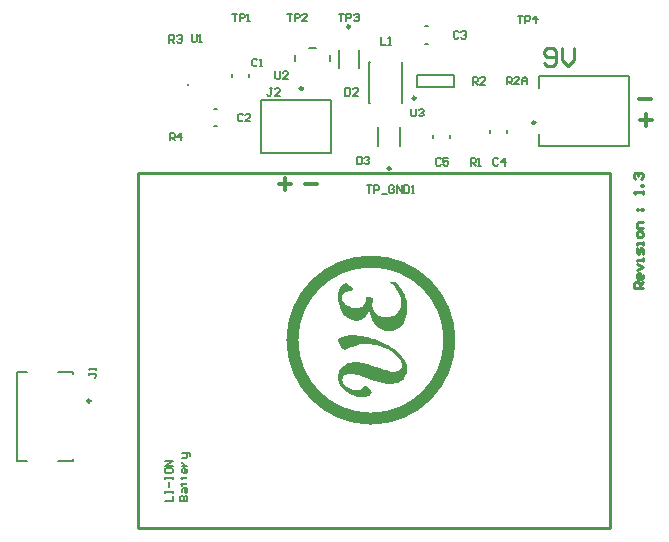
<source format=gto>
G04*
G04 #@! TF.GenerationSoftware,Altium Limited,Altium Designer,24.0.1 (36)*
G04*
G04 Layer_Color=65535*
%FSLAX44Y44*%
%MOMM*%
G71*
G04*
G04 #@! TF.SameCoordinates,40904156-3D38-421D-9BDF-46F29154AA19*
G04*
G04*
G04 #@! TF.FilePolarity,Positive*
G04*
G01*
G75*
%ADD10C,1.0000*%
%ADD11C,0.2500*%
%ADD12C,0.2000*%
%ADD13C,0.2540*%
%ADD14C,0.2000*%
%ADD15C,0.2032*%
%ADD16C,0.3000*%
%ADD17C,0.1350*%
%ADD18C,0.1524*%
G36*
X327916Y207311D02*
X328009Y207125D01*
X328286Y206848D01*
X328657Y206477D01*
X329120Y206014D01*
X329582Y205459D01*
X330694Y204070D01*
X331990Y202496D01*
X333193Y200737D01*
X334397Y198793D01*
X335415Y196849D01*
Y196756D01*
X335508Y196571D01*
X335600Y196293D01*
X335786Y195923D01*
X335971Y195460D01*
X336156Y194812D01*
X336619Y193423D01*
X337082Y191664D01*
X337452Y189627D01*
X337730Y187405D01*
X337822Y184998D01*
Y184165D01*
X337730Y183517D01*
Y182776D01*
X337637Y181943D01*
X337452Y181017D01*
X337267Y179906D01*
X336804Y177684D01*
X336063Y175369D01*
X334952Y173055D01*
X334304Y171944D01*
X333564Y170925D01*
X333471Y170833D01*
X333378Y170740D01*
X333101Y170462D01*
X332823Y170092D01*
X331805Y169259D01*
X330601Y168333D01*
X328934Y167315D01*
X327083Y166481D01*
X325972Y166111D01*
X324861Y165833D01*
X323657Y165741D01*
X322361Y165648D01*
X322268D01*
X322083D01*
X321806D01*
X321343Y165741D01*
X320787D01*
X320232Y165833D01*
X318750Y166204D01*
X317176Y166667D01*
X315325Y167407D01*
X313566Y168518D01*
X312640Y169166D01*
X311807Y169907D01*
X311714Y170000D01*
X311621Y170092D01*
X311344Y170370D01*
X311066Y170740D01*
X310696Y171203D01*
X310233Y171759D01*
X309770Y172407D01*
X309307Y173240D01*
X308751Y174073D01*
X308196Y175092D01*
X307640Y176203D01*
X307177Y177406D01*
X306622Y178702D01*
X306159Y180091D01*
X305789Y181572D01*
X305418Y183239D01*
Y183146D01*
X305233Y182869D01*
X305048Y182406D01*
X304770Y181943D01*
X304400Y181202D01*
X303937Y180554D01*
X302826Y178980D01*
X302085Y178147D01*
X301252Y177314D01*
X300326Y176665D01*
X299401Y176017D01*
X298290Y175462D01*
X297086Y174999D01*
X295697Y174721D01*
X294308Y174629D01*
X294216D01*
X294031D01*
X293660D01*
X293290Y174721D01*
X292735Y174814D01*
X292086Y174906D01*
X290605Y175369D01*
X288939Y176110D01*
X288105Y176573D01*
X287180Y177128D01*
X286254Y177777D01*
X285328Y178610D01*
X284402Y179536D01*
X283569Y180554D01*
X283476Y180647D01*
X283384Y180832D01*
X283106Y181202D01*
X282828Y181572D01*
X282550Y182220D01*
X282087Y182869D01*
X281717Y183702D01*
X281254Y184535D01*
X280884Y185553D01*
X280421Y186665D01*
X279773Y189072D01*
X279217Y191849D01*
X279125Y193330D01*
X279032Y194904D01*
Y195923D01*
X279125Y196941D01*
X279310Y198237D01*
X279588Y199719D01*
X280051Y201107D01*
X280606Y202496D01*
X281439Y203607D01*
X281532Y203700D01*
X281810Y204070D01*
X282273Y204533D01*
X282921Y204996D01*
X283569Y205551D01*
X284309Y205922D01*
X285050Y206292D01*
X285791Y206385D01*
X285883D01*
X285976D01*
X286346Y206292D01*
X286717Y206107D01*
X287272Y205922D01*
X287920Y205551D01*
X288661Y204996D01*
X289587Y204348D01*
X289679Y204255D01*
X289957Y203978D01*
X290420Y203700D01*
X290790Y203237D01*
X291253Y202774D01*
X291716Y202218D01*
X291994Y201756D01*
X292086Y201385D01*
X291994Y201200D01*
X291901Y201015D01*
X291716Y200737D01*
X291346Y200552D01*
X290790Y200274D01*
X290050Y199996D01*
X289031Y199811D01*
X288939D01*
X288753Y199719D01*
X288383D01*
X287920Y199534D01*
X286809Y199163D01*
X285513Y198700D01*
X284309Y197960D01*
X283198Y196941D01*
X282736Y196386D01*
X282365Y195738D01*
X282180Y194997D01*
X282087Y194256D01*
Y194071D01*
X282180Y193701D01*
X282273Y193053D01*
X282550Y192220D01*
X283013Y191201D01*
X283754Y190183D01*
X284680Y189164D01*
X285976Y188053D01*
X286161Y187961D01*
X286624Y187590D01*
X287457Y187220D01*
X288476Y186665D01*
X289772Y186202D01*
X291253Y185739D01*
X292920Y185368D01*
X294679Y185276D01*
X294771D01*
X295049D01*
X295419Y185368D01*
X295882D01*
X297178Y185646D01*
X298567Y186202D01*
X299308Y186572D01*
X299956Y187127D01*
X300604Y187683D01*
X301252Y188424D01*
X301715Y189257D01*
X302085Y190275D01*
X302363Y191479D01*
X302456Y192775D01*
Y193516D01*
X302548Y194071D01*
X302641Y194534D01*
Y194627D01*
X302826Y194812D01*
X303011Y194904D01*
X303382Y194997D01*
X303474D01*
X303659D01*
X303937D01*
X304307Y194904D01*
X305418Y194719D01*
X306714Y194349D01*
X306807D01*
X306992Y194256D01*
X307640Y193886D01*
X308288Y193423D01*
X308474Y193145D01*
X308566Y192775D01*
Y192405D01*
X308474Y192127D01*
Y191294D01*
X308381Y190738D01*
Y190646D01*
X308288Y190460D01*
Y190183D01*
X308196Y189720D01*
X308103Y188794D01*
Y187590D01*
X308196Y187035D01*
X308288Y186294D01*
X308566Y185276D01*
X308937Y184165D01*
X309585Y182869D01*
X310418Y181665D01*
X311621Y180461D01*
X311807Y180369D01*
X312269Y179998D01*
X313010Y179536D01*
X314029Y178980D01*
X315232Y178332D01*
X316714Y177869D01*
X318380Y177499D01*
X320139Y177406D01*
X320232D01*
X320417D01*
X320695D01*
X321065Y177499D01*
X321991Y177591D01*
X323287Y177869D01*
X324676Y178239D01*
X326157Y178888D01*
X327638Y179721D01*
X329027Y180924D01*
X329212Y181110D01*
X329582Y181572D01*
X330138Y182406D01*
X330786Y183424D01*
X331434Y184720D01*
X331990Y186294D01*
X332360Y188146D01*
X332545Y190090D01*
Y190831D01*
X332453Y191756D01*
X332267Y192960D01*
X331990Y194256D01*
X331527Y195830D01*
X330971Y197404D01*
X330138Y199071D01*
Y199163D01*
X330045Y199256D01*
X329675Y199811D01*
X329120Y200737D01*
X328379Y201848D01*
X327360Y203144D01*
X326157Y204533D01*
X324768Y205922D01*
X323194Y207403D01*
X327823D01*
X327916Y207311D01*
D02*
G37*
G36*
X292920Y162315D02*
X293846D01*
X294864Y162223D01*
X296068Y162037D01*
X297456Y161852D01*
X298938Y161667D01*
X300604Y161389D01*
X302271Y161019D01*
X304122Y160649D01*
X308103Y159538D01*
X310140Y158890D01*
X312269Y158149D01*
X312362D01*
X312732Y157964D01*
X313381Y157686D01*
X314214Y157408D01*
X315140Y156945D01*
X316251Y156482D01*
X317547Y155927D01*
X318843Y155279D01*
X321806Y153705D01*
X324953Y151853D01*
X328009Y149724D01*
X329397Y148613D01*
X330786Y147409D01*
X330879Y147317D01*
X331064Y147132D01*
X331434Y146761D01*
X331897Y146298D01*
X332453Y145650D01*
X333008Y145002D01*
X333656Y144169D01*
X334304Y143336D01*
X335600Y141299D01*
X336711Y138984D01*
X337174Y137781D01*
X337545Y136484D01*
X337730Y135188D01*
X337822Y133892D01*
Y133337D01*
X337730Y132966D01*
X337637Y131855D01*
X337360Y130559D01*
X336804Y129078D01*
X336156Y127504D01*
X335137Y126023D01*
X334582Y125282D01*
X333841Y124541D01*
X333749D01*
X333656Y124356D01*
X333101Y123986D01*
X332175Y123430D01*
X330971Y122782D01*
X329490Y122134D01*
X327638Y121579D01*
X325602Y121208D01*
X323287Y121023D01*
X323194D01*
X323009D01*
X322639D01*
X322176Y121116D01*
X321528D01*
X320695Y121301D01*
X319769Y121393D01*
X318750Y121579D01*
X317547Y121856D01*
X316158Y122134D01*
X314769Y122505D01*
X313103Y122875D01*
X311436Y123430D01*
X309492Y123986D01*
X307548Y124726D01*
X305418Y125467D01*
X305326Y125560D01*
X304955Y125652D01*
X304307Y125837D01*
X303567Y126115D01*
X302641Y126393D01*
X301623Y126763D01*
X300419Y127134D01*
X299215Y127504D01*
X296623Y128245D01*
X293938Y128893D01*
X292642Y129170D01*
X291438Y129356D01*
X290327Y129448D01*
X289401Y129541D01*
X289216D01*
X288846D01*
X288291Y129448D01*
X287642Y129356D01*
X285976Y128985D01*
X285235Y128708D01*
X284495Y128245D01*
X284402Y128152D01*
X284217Y128059D01*
X283939Y127782D01*
X283569Y127411D01*
X283291Y126948D01*
X283013Y126300D01*
X282828Y125652D01*
X282736Y124912D01*
Y124726D01*
X282828Y124356D01*
X282921Y123708D01*
X283198Y122875D01*
X283661Y121949D01*
X284309Y120838D01*
X285235Y119727D01*
X286531Y118616D01*
X286717Y118523D01*
X287180Y118153D01*
X287920Y117690D01*
X288939Y117227D01*
X290142Y116672D01*
X291438Y116209D01*
X292920Y115838D01*
X294494Y115746D01*
X294679D01*
X295049D01*
X295697Y115838D01*
X296438Y115931D01*
X297271Y116209D01*
X298104Y116487D01*
X298938Y116950D01*
X299678Y117505D01*
X299771Y117598D01*
X299956Y117783D01*
X300234Y118061D01*
X300604Y118431D01*
X301437Y118986D01*
X301808Y119171D01*
X302178Y119264D01*
X302271D01*
X302456D01*
X302733Y119171D01*
X303196Y119079D01*
X303659Y118801D01*
X304215Y118523D01*
X304863Y118061D01*
X305604Y117412D01*
X305696Y117320D01*
X305881Y117135D01*
X306159Y116764D01*
X306529Y116394D01*
X307177Y115376D01*
X307363Y114820D01*
X307455Y114265D01*
Y113987D01*
X307363Y113617D01*
X307177Y113246D01*
X306900Y112783D01*
X306437Y112228D01*
X305881Y111672D01*
X305141Y111117D01*
X305048Y111024D01*
X304770Y110932D01*
X304215Y110654D01*
X303659Y110469D01*
X302826Y110191D01*
X301993Y109913D01*
X300974Y109821D01*
X299956Y109728D01*
X299863D01*
X299586D01*
X299215D01*
X298660Y109821D01*
X298012Y109913D01*
X297271Y110006D01*
X296345Y110191D01*
X295419Y110376D01*
X293197Y111024D01*
X292086Y111487D01*
X290883Y111950D01*
X289587Y112598D01*
X288383Y113246D01*
X287087Y114079D01*
X285791Y115005D01*
X285698Y115098D01*
X285513Y115283D01*
X285143Y115561D01*
X284772Y115931D01*
X284217Y116487D01*
X283661Y117042D01*
X283013Y117783D01*
X282365Y118523D01*
X281162Y120375D01*
X280051Y122505D01*
X279680Y123615D01*
X279310Y124819D01*
X279125Y126115D01*
X279032Y127411D01*
Y127967D01*
X279125Y128337D01*
X279217Y129356D01*
X279495Y130559D01*
X280051Y131948D01*
X280791Y133429D01*
X281717Y134818D01*
X282365Y135466D01*
X283106Y136114D01*
X283291Y136299D01*
X283846Y136670D01*
X284772Y137133D01*
X285976Y137781D01*
X287550Y138429D01*
X289401Y138892D01*
X291623Y139262D01*
X294031Y139447D01*
X294216D01*
X294586D01*
X295234D01*
X296160Y139355D01*
X297178Y139262D01*
X298475Y139077D01*
X299771Y138892D01*
X301252Y138614D01*
X301437D01*
X301623Y138521D01*
X301993Y138429D01*
X302456Y138336D01*
X302919Y138151D01*
X303567Y138058D01*
X304215Y137781D01*
X305048Y137596D01*
X305974Y137318D01*
X306992Y136947D01*
X308103Y136577D01*
X309307Y136207D01*
X310696Y135744D01*
X312084Y135188D01*
X313658Y134633D01*
X313751D01*
X314029Y134540D01*
X314492Y134355D01*
X315047Y134170D01*
X315788Y133892D01*
X316621Y133614D01*
X318473Y133059D01*
X320509Y132503D01*
X322639Y131948D01*
X324768Y131578D01*
X325694Y131485D01*
X326527D01*
X326620D01*
X326990D01*
X327546Y131578D01*
X328194Y131670D01*
X329027Y131855D01*
X329768Y132226D01*
X330601Y132596D01*
X331342Y133152D01*
X331434Y133244D01*
X331619Y133429D01*
X331897Y133800D01*
X332267Y134263D01*
X332638Y134911D01*
X332915Y135651D01*
X333101Y136392D01*
X333193Y137318D01*
Y137503D01*
X333101Y137966D01*
X332915Y138799D01*
X332638Y139817D01*
X332082Y141021D01*
X331249Y142410D01*
X330694Y143151D01*
X330045Y143891D01*
X329397Y144632D01*
X328564Y145465D01*
X328471Y145558D01*
X328379Y145650D01*
X328101Y145835D01*
X327731Y146206D01*
X327268Y146576D01*
X326712Y146946D01*
X325324Y147965D01*
X323565Y149076D01*
X321528Y150279D01*
X319213Y151390D01*
X316528Y152501D01*
X316436D01*
X316158Y152594D01*
X315788Y152779D01*
X315232Y152964D01*
X314584Y153149D01*
X313843Y153427D01*
X312918Y153705D01*
X311992Y153983D01*
X309770Y154446D01*
X307363Y154909D01*
X304770Y155279D01*
X302178Y155371D01*
X302085D01*
X301900D01*
X301530D01*
X301067Y155279D01*
X300419D01*
X299678Y155186D01*
X298938Y155001D01*
X298012Y154909D01*
X295882Y154353D01*
X293475Y153612D01*
X290790Y152687D01*
X289401Y152038D01*
X288013Y151298D01*
X287920Y151205D01*
X287642Y151113D01*
X287272Y150927D01*
X286809Y150742D01*
X285698Y150279D01*
X285235Y150187D01*
X284865Y150094D01*
X284772D01*
X284587Y150187D01*
X284309Y150279D01*
X283846Y150557D01*
X283291Y150927D01*
X282736Y151575D01*
X281995Y152409D01*
X281254Y153612D01*
X281162Y153798D01*
X280884Y154168D01*
X280513Y154816D01*
X280143Y155557D01*
X279773Y156297D01*
X279403Y157130D01*
X279125Y157779D01*
X279032Y158334D01*
Y158427D01*
X279125Y158612D01*
X279217Y158890D01*
X279495Y159167D01*
X279958Y159630D01*
X280699Y160093D01*
X281717Y160556D01*
X282273Y160741D01*
X283013Y161019D01*
X283198Y161112D01*
X283661Y161204D01*
X284495Y161482D01*
X285513Y161760D01*
X286809Y161945D01*
X288198Y162223D01*
X289679Y162315D01*
X291253Y162408D01*
X291346D01*
X291716D01*
X292179D01*
X292920Y162315D01*
D02*
G37*
D10*
X373490Y158234D02*
G03*
X373490Y158234I-66538J0D01*
G01*
D11*
X446004Y342298D02*
G03*
X446004Y342298I-1250J0D01*
G01*
X323576Y303450D02*
G03*
X323576Y303450I-1250J0D01*
G01*
X249306Y371306D02*
G03*
X249306Y371306I-1250J0D01*
G01*
X344696Y362942D02*
G03*
X344696Y362942I-1250J0D01*
G01*
X289040Y423494D02*
G03*
X289040Y423494I-1250J0D01*
G01*
X69380Y106680D02*
G03*
X69380Y106680I-1250J0D01*
G01*
D12*
X151760Y374016D02*
D03*
D13*
X109524Y-534D02*
X509524D01*
X109524Y299466D02*
X509524D01*
Y-534D02*
Y299466D01*
X109524Y-534D02*
Y299466D01*
X537210Y201930D02*
X529593D01*
Y205739D01*
X530862Y207008D01*
X533401D01*
X534671Y205739D01*
Y201930D01*
Y204469D02*
X537210Y207008D01*
Y213356D02*
Y210817D01*
X535940Y209548D01*
X533401D01*
X532132Y210817D01*
Y213356D01*
X533401Y214626D01*
X534671D01*
Y209548D01*
X532132Y217165D02*
X537210Y219704D01*
X532132Y222243D01*
X537210Y224783D02*
Y227322D01*
Y226052D01*
X532132D01*
Y224783D01*
X537210Y231131D02*
Y234939D01*
X535940Y236209D01*
X534671Y234939D01*
Y232400D01*
X533401Y231131D01*
X532132Y232400D01*
Y236209D01*
X537210Y238748D02*
Y241287D01*
Y240018D01*
X532132D01*
Y238748D01*
X537210Y246366D02*
Y248905D01*
X535940Y250174D01*
X533401D01*
X532132Y248905D01*
Y246366D01*
X533401Y245096D01*
X535940D01*
X537210Y246366D01*
Y252714D02*
X532132D01*
Y256522D01*
X533401Y257792D01*
X537210D01*
X532132Y267949D02*
Y269218D01*
X533401D01*
Y267949D01*
X532132D01*
X535940D02*
Y269218D01*
X537210D01*
Y267949D01*
X535940D01*
X537210Y281914D02*
Y284453D01*
Y283184D01*
X529593D01*
X530862Y281914D01*
X537210Y288262D02*
X535940D01*
Y289532D01*
X537210D01*
Y288262D01*
X530862Y294610D02*
X529593Y295880D01*
Y298419D01*
X530862Y299688D01*
X532132D01*
X533401Y298419D01*
Y297149D01*
Y298419D01*
X534671Y299688D01*
X535940D01*
X537210Y298419D01*
Y295880D01*
X535940Y294610D01*
X453140Y392432D02*
X455679Y389893D01*
X460758D01*
X463297Y392432D01*
Y402588D01*
X460758Y405127D01*
X455679D01*
X453140Y402588D01*
Y400049D01*
X455679Y397510D01*
X463297D01*
X468375Y405127D02*
Y394971D01*
X473453Y389893D01*
X478532Y394971D01*
Y405127D01*
D14*
X449034Y322957D02*
X525034D01*
X449034D02*
Y332958D01*
X525034Y322957D02*
Y381958D01*
X449031Y381960D02*
X525031D01*
X449034Y371958D02*
Y381958D01*
X214246Y316224D02*
X273246D01*
Y361224D01*
X214246Y316224D02*
Y361224D01*
X273246D01*
X352826Y409304D02*
X355326D01*
X352826Y423804D02*
X355326D01*
X331326Y322139D02*
Y338261D01*
X313326Y322139D02*
Y338261D01*
X422286Y333262D02*
Y335762D01*
X407786Y333262D02*
Y335762D01*
X373772Y329706D02*
Y332206D01*
X359272Y329706D02*
Y332206D01*
X242556Y394806D02*
Y399306D01*
X254556Y405806D02*
X260556D01*
X272556Y394806D02*
Y399306D01*
X174010Y353706D02*
X176510D01*
X174010Y339206D02*
X176510D01*
X346196Y382692D02*
X377196D01*
X346196Y372692D02*
X377196D01*
Y382692D01*
X346196Y372692D02*
Y382692D01*
X296790Y388994D02*
Y403994D01*
X279790Y388994D02*
Y403994D01*
X333282Y393668D02*
X333532D01*
X305532D02*
X305782D01*
X305532Y358668D02*
Y393668D01*
X333282Y358668D02*
X333532D01*
X305532D02*
X305782D01*
X333532D02*
Y393668D01*
X203592Y380766D02*
Y383266D01*
X189092Y380766D02*
Y383266D01*
X7381Y131130D02*
X15500D01*
X42260Y131133D02*
X54333D01*
Y129820D02*
Y131133D01*
X54380Y56227D02*
Y57530D01*
X42260Y56227D02*
X54380D01*
X7380D02*
X15500D01*
X7381Y56230D02*
Y131130D01*
D15*
X132712Y22352D02*
X139060D01*
Y26584D01*
X132712Y28700D02*
Y30816D01*
Y29758D01*
X139060D01*
Y28700D01*
Y30816D01*
X135886Y33990D02*
Y38222D01*
X132712Y40338D02*
Y42454D01*
Y41396D01*
X139060D01*
Y40338D01*
Y42454D01*
X132712Y48802D02*
Y46686D01*
X133770Y45628D01*
X138002D01*
X139060Y46686D01*
Y48802D01*
X138002Y49860D01*
X133770D01*
X132712Y48802D01*
X139060Y51976D02*
X132712D01*
X139060Y56208D01*
X132712D01*
X145206Y22352D02*
X151554D01*
Y25526D01*
X150496Y26584D01*
X149438D01*
X148380Y25526D01*
Y22352D01*
Y25526D01*
X147322Y26584D01*
X146264D01*
X145206Y25526D01*
Y22352D01*
X147322Y29758D02*
Y31874D01*
X148380Y32932D01*
X151554D01*
Y29758D01*
X150496Y28700D01*
X149438Y29758D01*
Y32932D01*
X146264Y36106D02*
X147322D01*
Y35048D01*
Y37164D01*
Y36106D01*
X150496D01*
X151554Y37164D01*
X146264Y41396D02*
X147322D01*
Y40338D01*
Y42454D01*
Y41396D01*
X150496D01*
X151554Y42454D01*
Y48802D02*
Y46686D01*
X150496Y45628D01*
X148380D01*
X147322Y46686D01*
Y48802D01*
X148380Y49860D01*
X149438D01*
Y45628D01*
X147322Y51976D02*
X151554D01*
X149438D01*
X148380Y53034D01*
X147322Y54092D01*
Y55150D01*
Y58324D02*
X150496D01*
X151554Y59382D01*
Y62556D01*
X152612D01*
X153670Y61498D01*
Y60440D01*
X151554Y62556D02*
X147322D01*
D16*
X251412Y290020D02*
X261409D01*
X229060Y290192D02*
X239057D01*
X234058Y295191D02*
Y285194D01*
X534622Y344548D02*
X544619D01*
X539620Y349547D02*
Y339550D01*
X534114Y362664D02*
X544111D01*
D17*
X421839Y374693D02*
Y381211D01*
X425098D01*
X426185Y380125D01*
Y377952D01*
X425098Y376866D01*
X421839D01*
X424012D02*
X426185Y374693D01*
X432703D02*
X428357D01*
X432703Y379038D01*
Y380125D01*
X431616Y381211D01*
X429444D01*
X428357Y380125D01*
X434875Y374693D02*
Y379038D01*
X437048Y381211D01*
X439221Y379038D01*
Y374693D01*
Y377952D01*
X434875D01*
D18*
X340906Y354053D02*
Y348763D01*
X341964Y347705D01*
X344080D01*
X345138Y348763D01*
Y354053D01*
X347254Y352995D02*
X348312Y354053D01*
X350428D01*
X351486Y352995D01*
Y351937D01*
X350428Y350879D01*
X349370D01*
X350428D01*
X351486Y349821D01*
Y348763D01*
X350428Y347705D01*
X348312D01*
X347254Y348763D01*
X392982Y374518D02*
Y380866D01*
X396156D01*
X397214Y379808D01*
Y377692D01*
X396156Y376634D01*
X392982D01*
X395098D02*
X397214Y374518D01*
X403562D02*
X399330D01*
X403562Y378750D01*
Y379808D01*
X402504Y380866D01*
X400388D01*
X399330Y379808D01*
X294938Y313568D02*
Y307220D01*
X298112D01*
X299170Y308278D01*
Y312510D01*
X298112Y313568D01*
X294938D01*
X301286Y312510D02*
X302344Y313568D01*
X304460D01*
X305518Y312510D01*
Y311452D01*
X304460Y310394D01*
X303402D01*
X304460D01*
X305518Y309336D01*
Y308278D01*
X304460Y307220D01*
X302344D01*
X301286Y308278D01*
X381138Y418670D02*
X380080Y419728D01*
X377964D01*
X376906Y418670D01*
Y414438D01*
X377964Y413380D01*
X380080D01*
X381138Y414438D01*
X383254Y418670D02*
X384312Y419728D01*
X386428D01*
X387486Y418670D01*
Y417612D01*
X386428Y416554D01*
X385370D01*
X386428D01*
X387486Y415496D01*
Y414438D01*
X386428Y413380D01*
X384312D01*
X383254Y414438D01*
X303240Y289199D02*
X307472D01*
X305356D01*
Y282851D01*
X309588D02*
Y289199D01*
X312762D01*
X313820Y288141D01*
Y286025D01*
X312762Y284967D01*
X309588D01*
X315936Y281793D02*
X320168D01*
X326516Y288141D02*
X325458Y289199D01*
X323342D01*
X322284Y288141D01*
Y283909D01*
X323342Y282851D01*
X325458D01*
X326516Y283909D01*
Y286025D01*
X324400D01*
X328632Y282851D02*
Y289199D01*
X332864Y282851D01*
Y289199D01*
X334980D02*
Y282851D01*
X338154D01*
X339212Y283909D01*
Y288141D01*
X338154Y289199D01*
X334980D01*
X341328Y282851D02*
X343444D01*
X342386D01*
Y289199D01*
X341328Y288141D01*
X431210Y432942D02*
X435442D01*
X433326D01*
Y426594D01*
X437558D02*
Y432942D01*
X440732D01*
X441790Y431884D01*
Y429768D01*
X440732Y428710D01*
X437558D01*
X447080Y426594D02*
Y432942D01*
X443906Y429768D01*
X448138D01*
X279826Y434720D02*
X284058D01*
X281942D01*
Y428372D01*
X286174D02*
Y434720D01*
X289348D01*
X290406Y433662D01*
Y431546D01*
X289348Y430488D01*
X286174D01*
X292522Y433662D02*
X293580Y434720D01*
X295696D01*
X296754Y433662D01*
Y432604D01*
X295696Y431546D01*
X294638D01*
X295696D01*
X296754Y430488D01*
Y429430D01*
X295696Y428372D01*
X293580D01*
X292522Y429430D01*
X235884Y434720D02*
X240116D01*
X238000D01*
Y428372D01*
X242232D02*
Y434720D01*
X245406D01*
X246464Y433662D01*
Y431546D01*
X245406Y430488D01*
X242232D01*
X252812Y428372D02*
X248580D01*
X252812Y432604D01*
Y433662D01*
X251754Y434720D01*
X249638D01*
X248580Y433662D01*
X189444Y434720D02*
X193676D01*
X191560D01*
Y428372D01*
X195792D02*
Y434720D01*
X198966D01*
X200024Y433662D01*
Y431546D01*
X198966Y430488D01*
X195792D01*
X202140Y428372D02*
X204256D01*
X203198D01*
Y434720D01*
X202140Y433662D01*
X285286Y371474D02*
Y365126D01*
X288460D01*
X289518Y366184D01*
Y370416D01*
X288460Y371474D01*
X285286D01*
X295866Y365126D02*
X291634D01*
X295866Y369358D01*
Y370416D01*
X294808Y371474D01*
X292692D01*
X291634Y370416D01*
X223224Y371528D02*
X221108D01*
X222166D01*
Y366238D01*
X221108Y365180D01*
X220050D01*
X218992Y366238D01*
X229572Y365180D02*
X225340D01*
X229572Y369412D01*
Y370470D01*
X228514Y371528D01*
X226398D01*
X225340Y370470D01*
X155028Y416942D02*
Y411652D01*
X156086Y410594D01*
X158202D01*
X159260Y411652D01*
Y416942D01*
X161376Y410594D02*
X163492D01*
X162434D01*
Y416942D01*
X161376Y415884D01*
X226104Y385698D02*
Y380408D01*
X227162Y379350D01*
X229278D01*
X230336Y380408D01*
Y385698D01*
X236684Y379350D02*
X232452D01*
X236684Y383582D01*
Y384640D01*
X235626Y385698D01*
X233510D01*
X232452Y384640D01*
X136220Y410067D02*
Y416415D01*
X139394D01*
X140452Y415357D01*
Y413241D01*
X139394Y412183D01*
X136220D01*
X138336D02*
X140452Y410067D01*
X142568Y415357D02*
X143626Y416415D01*
X145742D01*
X146800Y415357D01*
Y414299D01*
X145742Y413241D01*
X144684D01*
X145742D01*
X146800Y412183D01*
Y411125D01*
X145742Y410067D01*
X143626D01*
X142568Y411125D01*
X136464Y327262D02*
Y333610D01*
X139638D01*
X140696Y332552D01*
Y330436D01*
X139638Y329378D01*
X136464D01*
X138580D02*
X140696Y327262D01*
X145986D02*
Y333610D01*
X142812Y330436D01*
X147044D01*
X391246Y305944D02*
Y312292D01*
X394420D01*
X395478Y311234D01*
Y309118D01*
X394420Y308060D01*
X391246D01*
X393362D02*
X395478Y305944D01*
X397594D02*
X399710D01*
X398652D01*
Y312292D01*
X397594Y311234D01*
X315300Y414728D02*
Y408380D01*
X319532D01*
X321648D02*
X323764D01*
X322706D01*
Y414728D01*
X321648Y413670D01*
X67956Y130680D02*
Y128564D01*
Y129622D01*
X73246D01*
X74304Y128564D01*
Y127506D01*
X73246Y126448D01*
X74304Y132796D02*
Y134912D01*
Y133854D01*
X67956D01*
X69014Y132796D01*
X366226Y311234D02*
X365168Y312292D01*
X363052D01*
X361994Y311234D01*
Y307002D01*
X363052Y305944D01*
X365168D01*
X366226Y307002D01*
X372574Y312292D02*
X368342D01*
Y309118D01*
X370458Y310176D01*
X371516D01*
X372574Y309118D01*
Y307002D01*
X371516Y305944D01*
X369400D01*
X368342Y307002D01*
X414740Y311234D02*
X413682Y312292D01*
X411566D01*
X410508Y311234D01*
Y307002D01*
X411566Y305944D01*
X413682D01*
X414740Y307002D01*
X420030Y305944D02*
Y312292D01*
X416856Y309118D01*
X421088D01*
X198586Y348572D02*
X197528Y349630D01*
X195412D01*
X194354Y348572D01*
Y344340D01*
X195412Y343282D01*
X197528D01*
X198586Y344340D01*
X204934Y343282D02*
X200702D01*
X204934Y347514D01*
Y348572D01*
X203876Y349630D01*
X201760D01*
X200702Y348572D01*
X210820Y395182D02*
X209762Y396240D01*
X207646D01*
X206588Y395182D01*
Y390950D01*
X207646Y389892D01*
X209762D01*
X210820Y390950D01*
X212936Y389892D02*
X215052D01*
X213994D01*
Y396240D01*
X212936Y395182D01*
M02*

</source>
